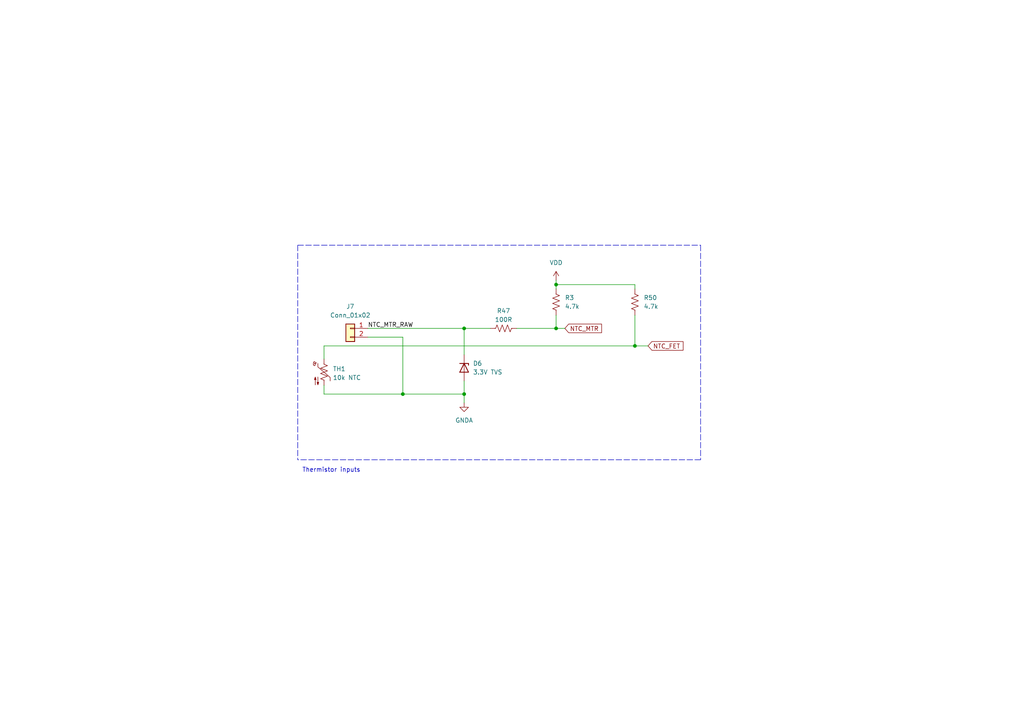
<source format=kicad_sch>
(kicad_sch (version 20211123) (generator eeschema)
  (paper "A4")
  (lib_symbols
    (symbol "Connector_Generic:Conn_01x02" (pin_names (offset 1.016) hide)
      (property "Reference" "J" (at 0 2.54 0))
      (property "Value" "Conn_01x02" (at 0 -5.08 0))
      (symbol "Conn_01x02_1_1"
        (rectangle (start -1.27 -2.413) (end 0 -2.667) (stroke (width 0.1524)))
        (rectangle (start -1.27 0.127) (end 0 -0.127) (stroke (width 0.1524)))
        (rectangle (start -1.27 1.27) (end 1.27 -3.81) (stroke (width 0.254)) (fill (type background)))
        (pin passive line (at -5.08 0 0) (length 3.81) (name "Pin_1") (number "1"))
        (pin passive line (at -5.08 -2.54 0) (length 3.81) (name "Pin_2") (number "2"))
      )
    )
    (symbol "Device:R_US" (pin_numbers hide) (pin_names (offset 0))
      (property "Reference" "R" (at 2.54 0 90))
      (property "Value" "R_US" (at -2.54 0 90))
      (symbol "R_US_0_1"
        (polyline (pts (xy 0 -2.286) (xy 0 -2.54)))
        (polyline (pts (xy 0 2.286) (xy 0 2.54)))
        (polyline (pts (xy 0 -0.762) (xy 1.016 -1.143) (xy 0 -1.524) (xy -1.016 -1.905) (xy 0 -2.286)))
        (polyline (pts (xy 0 0.762) (xy 1.016 0.381) (xy 0 0) (xy -1.016 -0.381) (xy 0 -0.762)))
        (polyline (pts (xy 0 2.286) (xy 1.016 1.905) (xy 0 1.524) (xy -1.016 1.143) (xy 0 0.762)))
      )
      (symbol "R_US_1_1"
        (pin passive line (at 0 3.81 270) (length 1.27) (name "~") (number "1"))
        (pin passive line (at 0 -3.81 90) (length 1.27) (name "~") (number "2"))
      )
    )
    (symbol "Device:Thermistor_NTC_US" (pin_numbers hide) (pin_names (offset 0))
      (property "Reference" "TH" (at -4.445 0 90))
      (property "Value" "Thermistor_NTC_US" (at 3.175 0 90))
      (symbol "Thermistor_NTC_US_0_1"
        (arc (start -3.048 2.159) (mid -3.0495 2.3143) (end -3.175 2.413))
        (arc (start -3.048 2.159) (mid -2.9736 1.9794) (end -2.794 1.905))
        (arc (start -3.048 2.794) (mid -2.9736 2.6144) (end -2.794 2.54))
        (arc (start -2.794 1.905) (mid -2.6144 1.9794) (end -2.54 2.159))
        (arc (start -2.794 2.54) (mid -2.4393 2.5587) (end -2.159 2.794))
        (arc (start -2.794 3.048) (mid -2.9736 2.9736) (end -3.048 2.794))
        (arc (start -2.54 2.794) (mid -2.6144 2.9736) (end -2.794 3.048))
        (polyline (pts (xy -2.54 2.159) (xy -2.54 2.794)))
        (polyline (pts (xy 0 -2.286) (xy 0 -2.54)))
        (polyline (pts (xy 0 2.286) (xy 0 2.54)))
        (polyline (pts (xy -1.778 2.54) (xy -1.778 1.524) (xy 1.778 -1.524) (xy 1.778 -2.54)))
        (polyline (pts (xy 0 -0.762) (xy 1.016 -1.143) (xy 0 -1.524) (xy -1.016 -1.905) (xy 0 -2.286)))
        (polyline (pts (xy 0 0.762) (xy 1.016 0.381) (xy 0 0) (xy -1.016 -0.381) (xy 0 -0.762)))
        (polyline (pts (xy 0 2.286) (xy 1.016 1.905) (xy 0 1.524) (xy -1.016 1.143) (xy 0 0.762)))
        (polyline (pts (xy -2.54 -3.683) (xy -2.54 -1.397) (xy -2.794 -2.159) (xy -2.286 -2.159) (xy -2.54 -1.397) (xy -2.54 -1.651)) (fill (type outline)))
        (polyline (pts (xy -1.778 -1.397) (xy -1.778 -3.683) (xy -2.032 -2.921) (xy -1.524 -2.921) (xy -1.778 -3.683) (xy -1.778 -3.429)) (fill (type outline)))
      )
      (symbol "Thermistor_NTC_US_1_1"
        (pin passive line (at 0 3.81 270) (length 1.27) (name "~") (number "1"))
        (pin passive line (at 0 -3.81 90) (length 1.27) (name "~") (number "2"))
      )
    )
    (symbol "Diode:ESD5Zxx" (pin_numbers hide) (pin_names hide)
      (property "Reference" "D" (at 0 2.54 0))
      (property "Value" "ESD5Zxx" (at 0 -2.54 0))
      (symbol "ESD5Zxx_0_1"
        (polyline (pts (xy 1.27 0) (xy -1.27 0)))
        (polyline (pts (xy -1.27 -1.27) (xy -1.27 1.27) (xy -0.762 1.27)) (stroke (width 0.254)))
        (polyline (pts (xy 1.27 -1.27) (xy 1.27 1.27) (xy -1.27 0) (xy 1.27 -1.27)) (stroke (width 0.254)))
      )
      (symbol "ESD5Zxx_1_1"
        (pin passive line (at -3.81 0 0) (length 2.54) (name "K") (number "1"))
        (pin passive line (at 3.81 0 180) (length 2.54) (name "A") (number "2"))
      )
    )
    (symbol "power:GNDA" (power) (pin_names (offset 0))
      (property "Value" "GNDA" (at 0 -3.81 0))
      (symbol "GNDA_0_1"
        (polyline (pts (xy 0 0) (xy 0 -1.27) (xy 1.27 -1.27) (xy 0 -2.54) (xy -1.27 -1.27) (xy 0 -1.27)))
      )
      (symbol "GNDA_1_1"
        (pin power_in line (at 0 0 270) (length 0) hide (name "GNDA") (number "1"))
      )
    )
    (symbol "power:VDD" (power) (pin_names (offset 0))
      (property "Value" "VDD" (at 0 3.81 0))
      (symbol "VDD_0_1"
        (polyline (pts (xy -0.762 1.27) (xy 0 2.54)))
        (polyline (pts (xy 0 0) (xy 0 2.54)))
        (polyline (pts (xy 0 2.54) (xy 0.762 1.27)))
      )
      (symbol "VDD_1_1"
        (pin power_in line (at 0 0 90) (length 0) hide (name "VDD") (number "1"))
      )
    )
  )
  (junction (at 116.84 114.3))
  (junction (at 134.62 95.25))
  (junction (at 184.15 100.33))
  (junction (at 161.29 95.25))
  (junction (at 134.62 114.3))
  (junction (at 161.29 82.55))
  (wire (pts (xy 161.29 91.44) (xy 161.29 95.25)))
  (wire (pts (xy 161.29 82.55) (xy 161.29 83.82)))
  (wire (pts (xy 93.98 111.76) (xy 93.98 114.3)))
  (wire (pts (xy 134.62 116.84) (xy 134.62 114.3)))
  (wire (pts (xy 184.15 91.44) (xy 184.15 100.33)))
  (wire (pts (xy 134.62 110.49) (xy 134.62 114.3)))
  (polyline (pts (xy 203.2 133.35) (xy 86.36 133.35)))
  (polyline (pts (xy 86.36 71.12) (xy 86.36 133.35)))
  (wire (pts (xy 184.15 100.33) (xy 187.96 100.33)))
  (wire (pts (xy 134.62 95.25) (xy 142.24 95.25)))
  (wire (pts (xy 116.84 114.3) (xy 134.62 114.3)))
  (wire (pts (xy 116.84 97.79) (xy 116.84 114.3)))
  (wire (pts (xy 149.86 95.25) (xy 161.29 95.25)))
  (wire (pts (xy 93.98 114.3) (xy 116.84 114.3)))
  (wire (pts (xy 161.29 81.28) (xy 161.29 82.55)))
  (wire (pts (xy 106.68 95.25) (xy 134.62 95.25)))
  (wire (pts (xy 161.29 95.25) (xy 163.83 95.25)))
  (polyline (pts (xy 203.2 71.12) (xy 203.2 133.35)))
  (wire (pts (xy 134.62 95.25) (xy 134.62 102.87)))
  (polyline (pts (xy 86.36 71.12) (xy 203.2 71.12)))
  (wire (pts (xy 184.15 82.55) (xy 161.29 82.55)))
  (wire (pts (xy 106.68 97.79) (xy 116.84 97.79)))
  (wire (pts (xy 93.98 100.33) (xy 93.98 104.14)))
  (wire (pts (xy 93.98 100.33) (xy 184.15 100.33)))
  (wire (pts (xy 184.15 83.82) (xy 184.15 82.55)))
  (text "Thermistor inputs" (at 87.63 137.16 0) (effects (font (size 1.27 1.27)) (justify left bottom)))
  (label "NTC_MTR_RAW" (at 106.68 95.25 0))
  (global_label "NTC_FET" (shape input) (at 187.96 100.33 0) (property "Intersheet References" "${INTERSHEET_REFS}" (effects hide)))
  (global_label "NTC_MTR" (shape input) (at 163.83 95.25 0) (property "Intersheet References" "${INTERSHEET_REFS}" (effects hide)))
  (symbol (lib_id "power:VDD") (at 161.29 81.28 0) (unit 1)
    (property "Reference" "#PWR0102" (effects hide))
    (property "Value" "VDD" (at 161.29 76.2 0))
  )
  (symbol (lib_id "Diode:ESD5Zxx") (at 134.62 106.68 270) (unit 1)
    (property "Reference" "D6" (at 137.16 105.41 90) (effects (justify left)))
    (property "Value" "3.3V TVS" (at 137.16 107.95 90) (effects (justify left)))
    (property "Footprint" "Diode_SMD:D_SOD-523" (effects hide))
    (property "Datasheet" "https://www.onsemi.com/pdf/datasheet/esd5z2.5t1-d.pdf" (effects hide))
    (property "part_number" "ESD5Z3.3T5G" (effects hide))
  )
  (symbol (lib_id "Device:R_US") (at 146.05 95.25 270) (unit 1)
    (property "Reference" "R47" (at 146.05 90.17 90))
    (property "Value" "100R" (at 146.05 92.71 90))
    (property "Footprint" "Resistor_SMD:R_0805_2012Metric_Pad1.20x1.40mm_HandSolder" (effects hide))
    (property "part_number" "RC0805FR-07100RL" (effects hide))
  )
  (symbol (lib_id "Device:Thermistor_NTC_US") (at 93.98 107.95 0) (unit 1)
    (property "Reference" "TH1" (at 96.52 106.9974 0) (effects (justify left)))
    (property "Value" "10k NTC" (at 96.52 109.5374 0) (effects (justify left)))
    (property "Footprint" "Resistor_SMD:R_0805_2012Metric_Pad1.20x1.40mm_HandSolder" (effects hide))
    (property "part_number" "NCP21XV103J03RA" (effects hide))
  )
  (symbol (lib_id "Connector_Generic:Conn_01x02") (at 101.6 95.25 0) (mirror y) (unit 1)
    (property "Reference" "J7" (at 101.6 88.9 0))
    (property "Value" "Conn_01x02" (at 101.6 91.44 0))
    (property "Footprint" "Connector_PinHeader_1.00mm:PinHeader_1x02_P1.00mm_Vertical" (effects hide))
  )
  (symbol (lib_id "Device:R_US") (at 161.29 87.63 0) (unit 1)
    (property "Reference" "R3" (at 163.83 86.3599 0) (effects (justify left)))
    (property "Value" "4.7k" (at 163.83 88.8999 0) (effects (justify left)))
    (property "Footprint" "Resistor_SMD:R_0805_2012Metric_Pad1.20x1.40mm_HandSolder" (effects hide))
    (property "part_number" "RC0805FR-074K7L" (effects hide))
  )
  (symbol (lib_id "Device:R_US") (at 184.15 87.63 0) (unit 1)
    (property "Reference" "R50" (at 186.69 86.3599 0) (effects (justify left)))
    (property "Value" "4.7k" (at 186.69 88.8999 0) (effects (justify left)))
    (property "Footprint" "Resistor_SMD:R_0805_2012Metric_Pad1.20x1.40mm_HandSolder" (effects hide))
    (property "part_number" "RC0805FR-074K7L" (effects hide))
  )
  (symbol (lib_id "power:GNDA") (at 134.62 116.84 0) (unit 1)
    (property "Reference" "#PWR0103" (effects hide))
    (property "Value" "GNDA" (at 134.62 121.92 0))
  )
)
</source>
